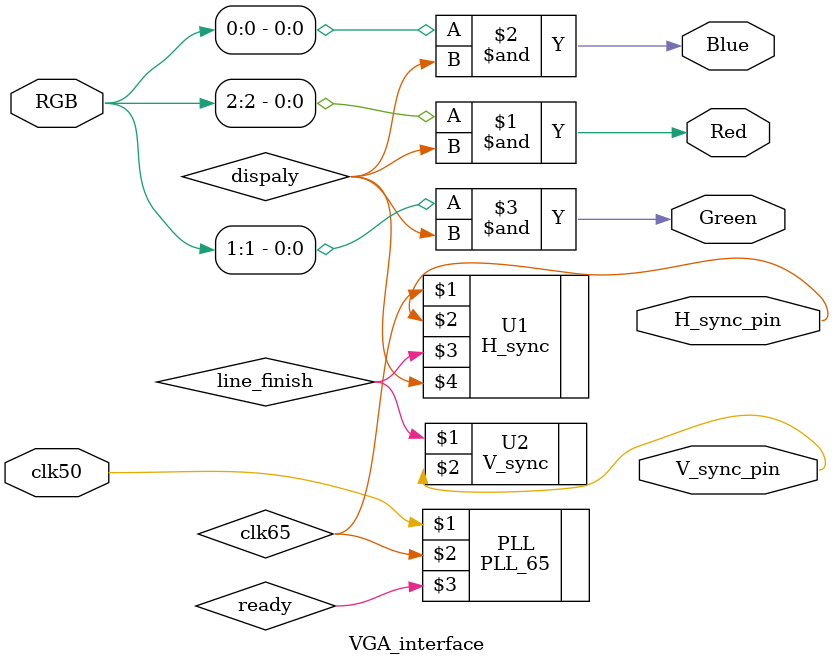
<source format=v>
module VGA_interface (
    input   clk50,
    input[2:0] RGB,
    output H_sync_pin,V_sync_pin,Red,Green,Blue
);
wire clk65,ready, line_finish,dispaly ;

PLL_65 PLL(clk50,clk65,ready);

H_sync U1 (clk65,H_sync_pin,line_finish,dispaly);

V_sync U2 (line_finish,V_sync_pin);

assign Red   = (RGB[2] & dispaly );
assign Blue  = (RGB[0] & dispaly );
assign Green = (RGB[1] & dispaly );

endmodule 
</source>
